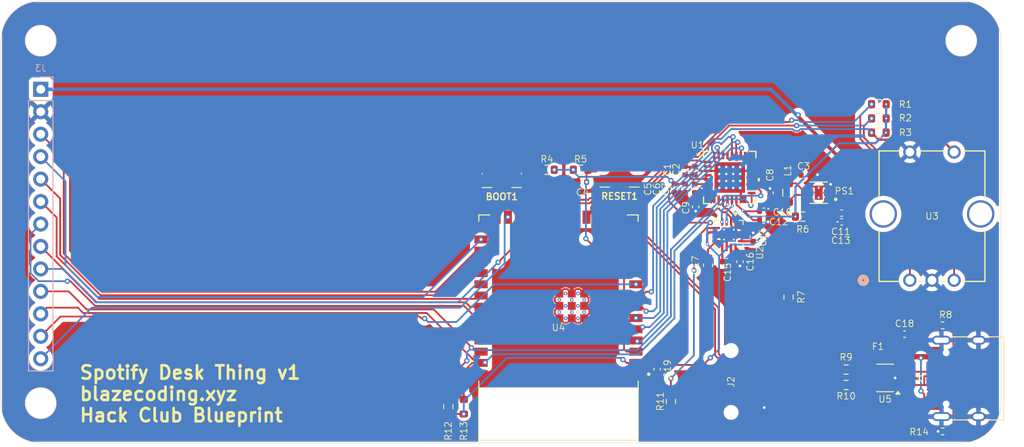
<source format=kicad_pcb>
(kicad_pcb (version 20241229) (generator "pcbnew") (generator_version "9.0")
  (layers (0 "F.Cu" signal) (2 "B.Cu" signal) (13 "F.Paste" user) (15 "B.Paste" user) (5 "F.SilkS" user "F.Silkscreen") (7 "B.SilkS" user "B.Silkscreen") (1 "F.Mask" user) (3 "B.Mask" user) (25 "Edge.Cuts" user))
  (net 0 "")
  (net 1 "DGND")
  (net 2 "5v")
  (net 3 "3.3v")
  (net 4 "Net-(U1-EN)")
  (net 5 "Net-(J3-CC2)")
  (net 7 "/RAW_D-")
  (net 9 "/RAW_D+")
  (net 10 "Net-(J3-CC1)")
  (net 11 "Net-(PS1-SW)")
  (net 12 "Net-(PS1-PG)")
  (net 13 "Net-(U1-IO0)")
  (net 14 "Net-(U1-IO19)")
  (net 15 "USB_D-")
  (net 16 "Net-(U1-IO20)")
  (net 17 "USB_D+")
  (net 18 "SDA")
  (net 19 "SCL")
  (net 20 "OUTR")
  (net 21 "OUTL")
  (net 22 "ENC_A")
  (net 23 "ENC_B")
  (net 24 "ENC_SWITCH")
  (net 25 "OUTRN")
  (net 26 "XSMT")
  (net 27 "OUTLN")
  (net 28 "OUTLP")
  (net 29 "OUTRP")
  (net 30 "SCREEN_MISO")
  (net 31 "TOUCH_INT")
  (net 32 "I2S_BCLK")
  (net 33 "SCREEN_DC")
  (net 37 "SCREEN_MOSI")
  (net 42 "I2S_LRCLK")
  (net 46 "SCREEN_RES")
  (net 48 "SCREEN_CS")
  (net 49 "I2S_MCLK")
  (net 52 "SCREEN_BL")
  (net 53 "SCREEN_SCLK")
  (net 55 "SD_CS")
  (net 56 "I2S_DOUT")
  (net 57 "Net-(U2-HPVDD)")
  (net 58 "Net-(U2-CPP)")
  (net 59 "Net-(U2-CPN)")
  (net 60 "Net-(U3-VNEG)")
  (net 61 "Net-(U3-CAPP)")
  (net 62 "Net-(U3-CAPM)")
  (net 63 "Net-(U2-HPVSS)")
  (net 64 "Net-(C17-Pad1)")
  (net 65 "Net-(U2-OUTL)")
  (net 66 "Net-(U2-OUTR)")
  (footprint "Resistor_SMD:R_0402_1005Metric" (layer "F.Cu") (at 151.9 174.2)
    (property "Reference" "R14")
    (property "Value" "5.1k")
  )
  (footprint "Button_Switch_SMD:SW_SPST_CK_KMS2xxG" (layer "F.Cu") (at 115.4 145 180)
    (property "Reference" "RESET1")
    (property "Value" "RESET")
  )
  (footprint "Capacitor_SMD:C_0402_1005Metric" (layer "F.Cu") (at 131.7 150.3)
    (property "Reference" "C12")
    (property "Value" "0.1uF")
  )
  (footprint "Capacitor_SMD:C_0402_1005Metric" (layer "F.Cu") (at 136.4 145.2)
    (property "Reference" "C3")
    (property "Value" "22uF")
  )
  (footprint "Resistor_SMD:R_0603_1608Metric" (layer "F.Cu") (at 144.7 137.19 180)
    (property "Reference" "R1")
    (property "Value" "10k")
  )
  (footprint "Capacitor_SMD:C_0402_1005Metric" (layer "F.Cu") (at 130.5 152.2 90)
    (property "Reference" "C14")
    (property "Value" "2.2uF")
  )
  (footprint "Capacitor_SMD:C_0402_1005Metric" (layer "F.Cu") (at 129 155 -90)
    (property "Reference" "C16")
    (property "Value" "2.2uF")
  )
  (footprint "Capacitor_SMD:C_0402_1005Metric" (layer "F.Cu") (at 122.81 146.68 -90)
    (property "Reference" "C6")
    (property "Value" "0.1uF")
  )
  (footprint "Capacitor_SMD:C_0402_1005Metric" (layer "F.Cu") (at 127.5 155 180)
    (property "Reference" "C15")
    (property "Value" "1uF")
  )
  (footprint "SJ_3523_SMT_TR:CUI_SJ-3523-SMT-TR" (layer "F.Cu") (at 128 168.55 90)
    (property "Reference" "J2")
    (property "Value" "AudioJack3_Ground")
  )
  (footprint "Capacitor_SMD:C_0402_1005Metric" (layer "F.Cu") (at 124 148.8 -90)
    (property "Reference" "C9")
    (property "Value" "2.2uF")
  )
  (footprint "EC11E:EC11E18244A5_ALPS" (layer "F.Cu") (at 148.2 157.1)
    (property "Reference" "U3")
    (property "Value" "EC11E18244A5")
  )
  (footprint "Capacitor_SMD:C_0402_1005Metric" (layer "F.Cu") (at 140.5 150.5 180)
    (property "Reference" "C13")
    (property "Value" "0.1uF")
  )
  (footprint "Capacitor_SMD:C_0402_1005Metric" (layer "F.Cu") (at 123.9 144.7 90)
    (property "Reference" "C2")
    (property "Value" "2.2uF")
  )
  (footprint "Resistor_SMD:R_0603_1608Metric" (layer "F.Cu") (at 144.7 138.8 180)
    (property "Reference" "R2")
    (property "Value" "10k")
  )
  (footprint "Resistor_SMD:R_0603_1608Metric" (layer "F.Cu") (at 136.1 149.9 180)
    (property "Reference" "R6")
    (property "Value" "100k")
  )
  (footprint "Capacitor_SMD:C_0402_1005Metric" (layer "F.Cu") (at 131.7 149.3)
    (property "Reference" "C10")
    (property "Value" "1uF")
  )
  (footprint "Connector_USB:USB_C_Receptacle_HRO_TYPE-C-31-M-12" (layer "F.Cu") (at 154.9 168.2 90)
    (property "Reference" "J1")
    (property "Value" "USB_C_Receptacle_USB2.0_16P")
  )
  (footprint "Package_TO_SOT_SMD:SOT-23-6" (layer "F.Cu") (at 145.4 168.15 180)
    (property "Reference" "U5")
    (property "Value" "USBLC6-2SC6")
  )
  (footprint "Capacitor_SMD:C_0402_1005Metric" (layer "F.Cu") (at 111.2 146 180)
    (property "Reference" "C4")
    (property "Value" "0.1uF")
  )
  (footprint "TPS62162DSGR:SON50P200X200X80-9N" (layer "F.Cu") (at 137.9 147.2 180)
    (property "Reference" "PS1")
    (property "Value" "TPS62162DSGR")
  )
  (footprint "Capacitor_SMD:C_0402_1005Metric" (layer "F.Cu") (at 132.4 147.2 90)
    (property "Reference" "C8")
    (property "Value" "0.1uF")
  )
  (footprint "Inductor_SMD:L_0805_2012Metric" (layer "F.Cu") (at 134.4 147.2 -90)
    (property "Reference" "L1")
    (property "Value" "2.2uH")
  )
  (footprint "Package_DFN_QFN:WQFN-16-1EP_3x3mm_P0.5mm_EP1.6x1.6mm_ThermalVias" (layer "F.Cu") (at 127.75 151.9375 -90)
    (property "Reference" "U2")
    (property "Value" "TPA6132A2RTER")
  )
  (footprint "Resistor_SMD:R_0603_1608Metric" (layer "F.Cu") (at 134.5 159 -90)
    (property "Reference" "R7")
    (property "Value" "10ohm")
  )
  (footprint "Capacitor_SMD:C_0402_1005Metric" (layer "F.Cu") (at 123.9 146.7 90)
    (property "Reference" "C7")
    (property "Value" "1uF")
  )
  (footprint "Resistor_SMD:R_0603_1608Metric" (layer "F.Cu") (at 141 168.95)
    (property "Reference" "R10")
    (property "Value" "27ohm")
  )
  (footprint "Resistor_SMD:R_0603_1608Metric" (layer "F.Cu") (at 107.2 144.6 180)
    (property "Reference" "R4")
    (property "Value" "10k")
  )
  (footprint "Resistor_SMD:R_0603_1608Metric" (layer "F.Cu") (at 144.7 140.4 180)
    (property "Reference" "R3")
    (property "Value" "10k")
  )
  (footprint "Button_Switch_SMD:SW_SPST_CK_KMS2xxG" (layer "F.Cu") (at 102.1 145.05 180)
    (property "Reference" "BOOT1")
    (property "Value" "BOOT")
  )
  (footprint "Capacitor_SMD:C_0402_1005Metric" (layer "F.Cu") (at 119.65 167.16 -90)
    (property "Reference" "C19")
    (property "Value" "10uF")
  )
  (footprint "Capacitor_SMD:C_0402_1005Metric" (layer "F.Cu") (at 121.59 146.68 -90)
    (property "Reference" "C5")
    (property "Value" "2.2uF")
  )
  (footprint "Capacitor_SMD:C_0603_1608Metric" (layer "F.Cu") (at 125.4 155.4 90)
    (property "Reference" "C17")
    (property "Value" "1uF")
  )
  (footprint "Resistor_SMD:R_0603_1608Metric" (layer "F.Cu") (at 96.05 171.4 -90)
    (property "Reference" "R12")
    (property "Value" "4.7k")
  )
  (footprint "Resistor_SMD:R_0402_1005Metric" (layer "F.Cu") (at 151.9 162.2)
    (property "Reference" "R8")
    (property "Value" "5.1k")
  )
  (footprint "Capacitor_SMD:C_0402_1005Metric" (layer "F.Cu") (at 147.6 163.2 180)
    (property "Reference" "C18")
    (property "Value" "0.1uF")
  )
  (footprint "Capacitor_SMD:C_0402_1005Metric" (layer "F.Cu") (at 140.5 149.5 180)
    (property "Reference" "C11")
    (property "Value" "10uF")
  )
  (footprint "PCM5242RHBR:RHB32_3P45X3P45_TEX" (layer "F.Cu") (at 127.8496 145.475)
    (property "Reference" "U1")
    (property "Value" "PCM5242RHBR")
  )
  (footprint "Resistor_SMD:R_0603_1608Metric" (layer "F.Cu") (at 111 144.6)
    (property "Reference" "R5")
    (property "Value" "10k")
  )
  (footprint "Capacitor_SMD:C_0402_1005Metric" (layer "F.Cu") (at 122.8 144.7 90)
    (property "Reference" "C1")
    (property "Value" "0.1uF")
  )
  (footprint "0603L100SLYR:FUSC1608X100N" (layer "F.Cu") (at 146.9 164.7)
    (property "Reference" "F1")
    (property "Value" "0603L100SLYR")
  )
  (footprint "ESP32_S3_WROOM_1_N4:XCVR_ESP32-S3-WROOM-1-N4" (layer "F.Cu") (at 108.5 162.46 180)
    (property "Reference" "U4")
    (property "Value" "ESP32-S3-WROOM-1-N4")
  )
  (footprint "Resistor_SMD:R_0603_1608Metric" (layer "F.Cu") (at 141 167.2)
    (property "Reference" "R9")
    (property "Value" "27ohm")
  )
  (footprint "Resistor_SMD:R_0603_1608Metric" (layer "F.Cu") (at 121.2 170.8 -90)
    (property "Reference" "R11")
    (property "Value" "10ohm")
  )
  (footprint "Resistor_SMD:R_0603_1608Metric" (layer "F.Cu") (at 97.8 171.4 -90)
    (property "Reference" "R13")
    (property "Value" "4.7k")
  )
  (footprint "Connector_PinHeader_2.54mm:PinHeader_1x13_P2.54mm_Vertical" (layer "B.Cu") (at 50 135.5 180)
    (property "Reference" "J3")
    (property "Value" "DFR0669")
  )
  (gr_circle (center 50 130) (end 51.75 130) (stroke (width 0.05)) (fill no) (layer "Edge.Cuts"))
  (gr_arc (start 50 175.5) (mid 46.818019 174.181981) (end 45.5 171) (stroke (width 0.05)) (layer "Edge.Cuts"))
  (gr_circle (center 154 130) (end 155.75 130) (stroke (width 0.05)) (fill no) (layer "Edge.Cuts"))
  (gr_line (start 50 175.5) (end 154 175.5) (stroke (width 0.05)) (layer "Edge.Cuts"))
  (gr_arc (start 154 125.5) (mid 157.181981 126.818019) (end 158.5 130) (stroke (width 0.05)) (layer "Edge.Cuts"))
  (gr_line (start 158.5 171) (end 158.5 130) (stroke (width 0.05)) (layer "Edge.Cuts"))
  (gr_line (start 45.5 130) (end 45.5 171) (stroke (width 0.05)) (layer "Edge.Cuts"))
  (gr_circle (center 50 171) (end 51.75 171) (stroke (width 0.05)) (fill no) (layer "Edge.Cuts"))
  (gr_line (start 154 125.5) (end 50 125.5) (stroke (width 0.05)) (layer "Edge.Cuts"))
  (gr_arc (start 45.5 130) (mid 46.818019 126.818019) (end 50 125.5) (stroke (width 0.05)) (layer "Edge.Cuts"))
  (gr_arc (start 158.5 171) (mid 157.181981 174.181981) (end 154 175.5) (stroke (width 0.05)) (layer "Edge.Cuts"))
  (gr_text "Spotify Desk Thing v1\nblazecoding.xyz\nHack Club Blueprint" (at 54.25 173.25 0) (layer "F.SilkS") (effects (font (size 1.5 1.5) (thickness 0.3) (bold yes)) (justify left bottom)))
  (segment (start 108.6 161.408521) (end 109.092479 161.901) (width 0.2) (layer "F.Cu") (net 1))
  (segment (start 122.81 147.16) (end 121.59 147.16) (width 0.2) (layer "F.Cu") (net 1))
  (segment (start 128.475 146.1) (end 127.85 145.475) (width 0.25) (layer "F.Cu") (net 1))
  (segment (start 123.9 144.22) (end 124.405 144.725) (width 0.2) (layer "F.Cu") (net 1))
  (segment (start 127.1 144.725) (end 127.85 145.475) (width 0.25) (layer "F.Cu") (net 1))
  (segment (start 116.825 146.425) (end 117.45 145.8) (width 0.2) (layer "F.Cu") (net 1))
  (segment (start 108.099 160.492479) (end 108.099 160.907521) (width 0.2) (layer "F.Cu") (net 1))
  (segment (start 110.492479 158.099) (end 110 158.591479) (width 0.2) (layer "F.Cu") (net 1))
  (segment (start 140.02 149.5) (end 140.02 150.5) (width 0.2) (layer "F.Cu") (net 1))
  (segment (start 128.243 145.869) (end 127.85 145.475) (width 0.2) (layer "F.Cu") (net 1))
  (segment (start 108.6 158.591479) (end 108.6 158.6) (width 0.2) (layer "F.Cu") (net 1))
  (segment (start 138.885 147.95) (end 140.02 149.085) (width 0.2) (layer "F.Cu") (net 1))
  (segment (start 108.099 159.092479) (end 108.099 159.507521) (width 0.2) (layer "F.Cu") (net 1))
  (segment (start 136.88 146.415) (end 136.915 146.45) (width 0.2) (layer "F.Cu") (net 1))
  (segment (start 129.1 147.95) (end 129.1 147.338) (width 0.25) (layer "F.Cu") (net 1))
  (segment (start 129.1 147.338) (end 129.1 146.725) (width 0.25) (layer "F.Cu") (net 1))
  (segment (start 111.408521 160) (end 111.901 159.507521) (width 0.2) (layer "F.Cu") (net 1))
  (segment (start 124.725 146.725) (end 124.7 146.7) (width 0.2) (layer "F.Cu") (net 1))
  (segment (start 125.375 146.725) (end 124.725 146.725) (width 0.2) (layer "F.Cu") (net 1))
  (segment (start 109.507521 158.099) (end 109.092479 158.099) (width 0.2) (layer "F.Cu") (net 1))
  (segment (start 111.4 161.408521) (end 111.4 161.4) (width 0.2) (layer "F.Cu") (net 1))
  (segment (start 108.591479 160) (end 108.099 160.492479) (width 0.2) (layer "F.Cu") (net 1))
  (segment (start 137.209 146.509) (end 137.399 146.509) (width 0.2) (layer "F.Cu") (net 1))
  (segment (start 129.495 144.725) (end 128.6 144.725) (width 0.25) (layer "F.Cu") (net 1))
  (segment (start 130.468 151.688) (end 130.5 151.72) (width 0.25) (layer "F.Cu") (net 1))
  (segment (start 126.974 144.6) (end 127.85 145.475) (width 0.2) (layer "F.Cu") (net 1))
  (segment (start 136.915 146.45) (end 137.15 146.45) (width 0.2) (layer "F.Cu") (net 1))
  (segment (start 128.6 144.725) (end 127.85 145.475) (width 0.25) (layer "F.Cu") (net 1))
  (segment (start 126.099 143.565) (end 126.338 143.804) (width 0.2) (layer "F.Cu") (net 1))
  (segment (start 127.5 153.375) (end 127.5 152.788) (width 0.25) (layer "F.Cu") (net 1))
  (segment (start 128.6 151.688) (end 129.188 151.688) (width 0.2) (layer "F.Cu") (net 1))
  (segment (start 108.591479 161.4) (end 108.6 161.4) (width 0.2) (layer "F.Cu") (net 1))
  (segment (start 126.099 143) (end 126.099 143.565) (width 0.2) (layer "F.Cu") (net 1))
  (segment (start 136.88 145.2) (end 137.635 145.2) (width 0.2) (layer "F.Cu") (net 1))
  (segment (start 129.6 147.95) (end 129.1 147.95) (width 0.25) (layer "F.Cu") (net 1))
  (segment (start 108.099 159.507521) (end 108.591479 160) (width 0.2) (layer "F.Cu") (net 1))
  (segment (start 138.46 146.45) (end 138.401 146.509) (width 0.2) (layer "F.Cu") (net 1))
  (segment (start 130.325 144.725) (end 129.495 144.725) (width 0.25) (layer "F.Cu") (net 1))
  (segment (start 129.495 144.725) (end 129.457 144.688) (width 0.25) (layer "F.Cu") (net 1))
  (segment (start 108.099 160.907521) (end 108.591479 161.4) (width 0.2) (layer "F.Cu") (net 1))
  (segment (start 132.18 149.02) (end 132.2 149) (width 0.2) (layer "F.Cu") (net 1))
  (segment (start 130.325 144.475) (end 130.325 144.725) (width 0.25) (layer "F.Cu") (net 1))
  (segment (start 124.405 144.725) (end 125.375 144.725) (width 0.2) (layer "F.Cu") (net 1))
  (segment (start 111.408521 161.4) (end 112 160.808521) (width 0.2) (layer "F.Cu") (net 1))
  (segment (start 108.6 160) (end 108.591479 160) (width 0.2) (layer "F.Cu") (net 1))
  (segment (start 137.635 145.2) (end 138.885 146.45) (width 0.2) (layer "F.Cu") (net 1))
  (segment (start 126.594 152.188) (end 126.312 152.188) (width 0.2) (layer "F.Cu") (net 1))
  (segment (start 137.15 146.45) (end 137.209 146.509) (width 0.2) (layer "F.Cu") (net 1))
  (segment (start 115.4 146.425) (end 116.825 146.425) (width 0.2) (layer "F.Cu") (net 1))
  (segment (start 110.492479 161.901) (end 110.907521 161.901) (width 0.2) (layer "F.Cu") (net 1))
  (segment (start 126.594 152.188) (end 126.9 152.188) (width 0.25) (layer "F.Cu") (net 1))
  (segment (start 137.671 145.164) (end 137.635 145.2) (width 0.2) (layer "F.Cu") (net 1))
  (segment (start 109.507521 161.901) (end 110 161.408521) (width 0.2) (layer "F.Cu") (net 1))
  (segment (start 137.766 145.164) (end 137.671 145.164) (width 0.2) (layer "F.Cu") (net 1))
  (segment (start 125.375 144.725) (end 127.1 144.725) (width 0.25) (layer "F.Cu") (net 1))
  (segment (start 129.1 146.725) (end 128.475 146.1) (width 0.25) (layer "F.Cu") (net 1))
  (segment (start 111.408521 158.6) (end 111.4 158.6) (width 0.2) (layer "F.Cu") (net 1))
  (segment (start 111.4 161.4) (end 111.408521 161.4) (width 0.2) (layer "F.Cu") (net 1))
  (segment (start 126.338 143.964) (end 126.974 144.6) (width 0.2) (layer "F.Cu") (net 1))
  (segment (start 127.5 152.788) (end 126.9 152.188) (width 0.25) (layer "F.Cu") (net 1))
  (segment (start 110 158.591479) (end 109.507521 158.099) (width 0.2) (layer "F.Cu") (net 1))
  (segment (start 110.907521 161.901) (end 111.4 161.408521) (width 0.2) (layer "F.Cu") (net 1))
  (segment (start 130.325 144.475) (end 130.325 144.225) (width 0.2) (layer "F.Cu") (net 1))
  (segment (start 140.02 149.085) (end 140.02 149.5) (width 0.2) (layer "F.Cu") (net 1))
  (segment (start 130.5 151.72) (end 130.5 151.739) (width 0.2) (layer "F.Cu") (net 1))
  (segment (start 128.3 151.388) (end 128.6 151.688) (width 0.2) (layer "F.Cu") (net 1))
  (segment (start 130.325 144.475) (end 130.325 144.225) (width 0.25) (layer "F.Cu") (net 1))
  (segment (start 136.88 145.2) (end 136.88 146.415) (width 0.2) (layer "F.Cu") (net 1))
  (segment (start 111.6 160) (end 111.4 160) (width 0.2) (layer "F.Cu") (net 1))
  (segment (start 126.312 152.188) (end 126.594 152.188) (width 0.25) (layer "F.Cu") (net 1))
  (segment (start 110 161.4) (end 110 161.408521) (width 0.2) (layer "F.Cu") (net 1))
  (segment (start 111.901 159.507521) (end 111.901 159.092479) (width 0.2) (layer "F.Cu") (net 1))
  (segment (start 126.338 143.804) (end 126.258 143.884) (width 0.25) (layer "F.Cu") (net 1))
  (segment (start 111.4 158.591479) (end 110.907521 158.099) (width 0.2) (layer "F.Cu") (net 1))
  (segment (start 108.6 158.6) (end 108.591479 158.6) (width 0.2) (layer "F.Cu") (net 1))
  (segment (start 128.475 146.1) (end 128.243 145.869) (width 0.2) (layer "F.Cu") (net 1))
  (segment (start 126.974 144.6) (end 126.258 143.884) (width 0.2) (layer "F.Cu") (net 1))
  (segment (start 111.4 158.6) (end 111.4 158.591479) (width 0.2) (layer "F.Cu") (net 1))
  (segment (start 129.1 147.338) (end 129.1 147.95) (width 0.2) (layer "F.Cu") (net 1))
  (segment (start 110 161.408521) (end 110.492479 161.901) (width 0.2) (layer "F.Cu") (net 1))
  (segment (start 129.188 151.688) (end 130.468 151.688) (width 0.25) (layer "F.Cu") (net 1))
  (segment (start 127.5 152.188) (end 127.75 151.938) (width 0.2) (layer "F.Cu") (net 1))
  (segment (start 112 160.4) (end 111.6 160) (width 0.2) (layer "F.Cu") (net 1))
  (segment (start 112 160.808521) (end 112 160.4) (width 0.2) (layer "F.Cu") (net 1))
  (segment (start 110 158.6) (end 110 158.591479) (width 0.2) (layer "F.Cu") (net 1))
  (segment (start 109.092479 161.901) (end 109.507521 161.901) (width 0.2) (layer "F.Cu") (net 1))
  (segment (start 126.9 152.188) (end 127.5 152.188) (width 0.2) (layer "F.Cu") (net 1))
  (segment (start 132.18 150.3) (end 132.18 149.3) (width 0.2) (layer "F.Cu") (net 1))
  (segment (start 131.7 171.6) (end 131.7 171.55) (width 0.2) (layer "F.Cu") (net 1))
  (segment (start 115.4 146.425) (end 113.975 146.425) (width 0.2) (layer "F.Cu") (net 1))
  (segment (start 111.4 160) (end 111.408521 160) (width 0.2) (layer "F.Cu") (net 1))
  (segment (start 108.6 161.4) (end 108.6 161.408521) (width 0.2) (layer "F.Cu") (net 1))
  (segment (start 132.18 149.3) (end 132.18 149.02) (width 0.2) (layer "F.Cu") (net 1))
  (segment (start 110.907521 158.099) (end 110.492479 158.099) (width 0.2) (layer "F.Cu") (net 1))
  (segment (start 113.975 146.425) (end 113.35 145.8) (width 0.2) (layer "F.Cu") (net 1))
  (segment (start 126.338 143.804) (end 126.338 143.964) (width 0.2) (layer "F.Cu") (net 1))
  (segment (start 138.885 146.45) (end 138.46 146.45) (width 0.2) (layer "F.Cu") (net 1))
  (segment (start 111.901 159.092479) (end 111.408521 158.6) (width 0.2) (layer "F.Cu") (net 1))
  (segment (start 131.7 171.55) (end 131.75 171.5) (width 0.2) (layer "F.Cu") (net 1))
  (segment (start 109.092479 158.099) (end 108.6 158.591479) (width 0.2) (layer "F.Cu") (net 1))
  (segment (start 108.591479 158.6) (end 108.099 159.092479) (width 0.2) (layer "F.Cu") (net 1))
  (segment (start 151.34 162.25) (end 151.39 162.2) (width 0.2) (layer "F.Cu") (net 1))
  (via (at 132.4 146.72) (size 0.6) (drill 0.3) (layers "F.Cu" "B.Cu") (net 1))
  (via (at 151.39 174.2) (size 0.6) (drill 0.3) (layers "F.Cu" "B.Cu") (net 1))
  (via (at 146.538 168.15) (size 0.6) (drill 0.3) (layers "F.Cu" "B.Cu") (net 1))
  (via (at 137.766 145.164) (size 0.6) (drill 0.3) (layers "F.Cu" "B.Cu") (net 1))
  (via (at 132.18 150.5) (size 0.6) (drill 0.3) (layers "F.Cu" "B.Cu") (net 1))
  (via (at 130.5 151.739) (size 0.6) (drill 0.3) (layers "F.Cu" "B.Cu") (net 1))
  (via (at 129 155.48) (size 0.6) (drill 0.3) (layers "F.Cu" "B.Cu") (net 1))
  (via (at 139.25 146.25) (size 0.6) (drill 0.3) (layers "F.Cu" "B.Cu") (net 1))
  (via (at 132.2 149) (size 0.35) (drill 0.2) (layers "F.Cu" "B.Cu") (net 1))
  (via (at 124 149.28) (size 0.6) (drill 0.3) (layers "F.Cu" "B.Cu") (net 1))
  (via (at 124.7 146.7) (size 0.35) (drill 0.2) (layers "F.Cu" "B.Cu") (net 1))
  (via (at 131.75 171.5) (size 0.6) (drill 0.3) (layers "F.Cu" "B.Cu") (net 1))
  (via (at 140.02 150.5) (size 0.35) (drill 0.2) (layers "F.Cu" "B.Cu") (net 1))
  (segment (start 130.941 151.739) (end 132.18 150.5) (width 0.2) (layer "B.Cu") (net 1))
  (segment (start 130.5 151.739) (end 130.941 151.739) (width 0.2) (layer "B.Cu") (net 1))
  (segment (start 141.94 144.94) (end 141.94 151.46) (width 0.4) (layer "F.Cu") (net 2))
  (segment (start 145.549 167.526) (end 144.925 168.15) (width 0.25) (layer "F.Cu") (net 2))
  (segment (start 135.575892 138.399) (end 135.575892 138.575892) (width 0.4) (layer "F.Cu") (net 2))
  (segment (start 140.98 149.5) (end 140.98 150.5) (width 0.2) (layer "F.Cu") (net 2))
  (segment (start 145.549 165.266) (end 145.549 167.526) (width 0.25) (layer "F.Cu") (net 2))
  (segment (start 144.925 168.15) (end 144.2625 168.15) (width 0.25) (layer "F.Cu") (net 2))
  (segment (start 146.115 164.7) (end 145.549 165.266) (width 0.25) (layer "F.Cu") (net 2))
  (segment (start 138.885 147.45) (end 139.311 147.45) (width 0.2) (layer "F.Cu") (net 2))
  (segment (start 140.98 149.119) (end 140.98 149.5) (width 0.2) (layer "F.Cu") (net 2))
  (segment (start 141.94 151.46) (end 140.98 150.5) (width 0.4) (layer "F.Cu") (net 2))
  (segment (start 135.575892 138.575892) (end 141.94 144.94) (width 0.4) (layer "F.Cu") (net 2))
  (segment (start 146.115 155.635) (end 141.94 151.46) (width 0.4) (layer "F.Cu") (net 2))
  (segment (start 138.885 146.95) (end 138.885 147.45) (width 0.2) (layer "F.Cu") (net 2))
  (segment (start 146.115 164.7) (end 146.115 155.635) (width 0.4) (layer "F.Cu") (net 2))
  (segment (start 139.311 147.45) (end 140.98 149.119) (width 0.2) (layer "F.Cu") (net 2))
  (via (at 135.575892 138.399) (size 0.6) (drill 0.3) (layers "F.Cu" "B.Cu") (net 2))
  (segment (start 135.575892 138.399) (end 135.399 138.399) (width 0.4) (layer "B.Cu") (net 2))
  (segment (start 132.5 135.5) (end 50 135.5) (width 0.4) (layer "B.Cu") (net 2))
  (segment (start 135.399 138.399) (end 132.5 135.5) (width 0.4) (layer "B.Cu") (net 2))
  (segment (start 129.188 152.25) (end 129.188 152.219) (width 0.2) (layer "F.Cu") (net 3))
  (segment (start 121.3453 145.9553) (end 121.59 146.2) (width 0.2) (layer "F.Cu") (net 3))
  (segment (start 135.338 146.138) (end 134.4 146.138) (width 0.2) (layer "F.Cu") (net 3))
  (segment (start 128.629 147.979) (end 128.629 148.57) (width 0.2) (layer "F.Cu") (net 3))
  (segment (start 117.25 166.45) (end 118.3017 166.45) (width 0.2) (layer "F.Cu") (net 3))
  (segment (start 125.332 145.682) (end 125.354 145.704) (width 0.2) (layer "F.Cu") (net 3))
  (segment (start 125.301624 153.026624) (end 125.301624 151.911376) (width 0.25) (layer "F.Cu") (net 3))
  (segment (start 129.1875 152.6575) (end 129.1875 152.6875) (width 0.2) (layer "F.Cu") (net 3))
  (segment (start 115.782 166.0789) (end 115.8272 166.0789) (width 0.2) (layer "F.Cu") (net 3))
  (segment (start 128.6 147.95) (end 128.614 147.964) (width 0.2) (layer "F.Cu") (net 3))
  (segment (start 119.65 166.68) (end 118.5317 166.68) (width 0.2) (layer "F.Cu") (net 3))
  (segment (start 129.188 152.25) (end 129.188 152.438) (width 0.25) (layer "F.Cu") (net 3))
  (segment (start 134.4 146.138) (end 132.858 147.68) (width 0.25) (layer "F.Cu") (net 3))
  (segment (start 130.88 152.68) (end 130.9 152.7) (width 0.25) (layer "F.Cu") (net 3))
  (segment (start 132.4 147.68) (end 134.62 149.9) (width 0.25) (layer "F.Cu") (net 3))
  (segment (start 129.188 152.219) (end 129.1875 152.2185) (width 0.2) (layer "F.Cu") (net 3))
  (segment (start 128.6 148.2455) (end 128.6 147.95) (width 0.2) (layer "F.Cu") (net 3))
  (segment (start 126.312 151.688) (end 126.3125 151.6875) (width 0.2) (layer "F.Cu") (net 3))
  (segment (start 124.9606 145.639) (end 125.3746 145.225) (width 0.2) (layer "F.Cu") (net 3))
  (segment (start 128.614 147.964) (end 128.629 147.979) (width 0.2) (layer "F.Cu") (net 3))
  (segment (start 125.289 145.639) (end 125.332 145.682) (width 0.2) (layer "F.Cu") (net 3))
  (segment (start 129.188 152.563) (end 129.188 152.626) (width 0.25) (layer "F.Cu") (net 3))
  (segment (start 134.869 145.669) (end 134.4 146.138) (width 0.2) (layer "F.Cu") (net 3))
  (segment (start 129.188 152.188) (end 129.188 152.219) (width 0.25) (layer "F.Cu") (net 3))
  (segment (start 135.338 145.2) (end 134.869 145.669) (width 0.2) (layer "F.Cu") (net 3))
  (segment (start 125.354 145.704) (end 125.3645 145.7145) (width 0.2) (layer "F.Cu") (net 3))
  (segment (start 129.188 152.438) (end 129.188 152.563) (width 0.25) (layer "F.Cu") (net 3))
  (segment (start 129.188 152.657) (end 129.188 152.688) (width 0.25) (layer "F.Cu") (net 3))
  (segment (start 119.65 166.68) (end 124.851671 166.68) (width 0.2) (layer "F.Cu") (net 3))
  (segment (start 125.3645 145.7145) (end 125.3746 145.7246) (width 0.2) (layer "F.Cu") (net 3))
  (segment (start 117.25 166.45) (end 116.1983 166.45) (width 0.2) (layer "F.Cu") (net 3))
  (segment (start 124.851671 166.68) (end 125.663343 165.868328) (width 0.2) (layer "F.Cu") (net 3))
  (segment (start 128.5998 148.2453) (end 128.5998 147.95) (width 0.2) (layer "F.Cu") (net 3))
  (segment (start 120.979 148.179) (end 120.979 146.811) (width 0.2) (layer "F.Cu") (net 3))
  (segment (start 130.5 152.68) (end 130.88 152.68) (width 0.25) (layer "F.Cu") (net 3))
  (segment (start 132.858 147.68) (end 132.4 147.68) (width 0.25) (layer "F.Cu") (net 3))
  (segment (start 130.492 152.688) (end 130.5 152.68) (width 0.25) (layer "F.Cu") (net 3))
  (segment (start 120.979 146.811) (end 121.59 146.2) (width 0.2) (layer "F.Cu") (net 3))
  (segment (start 123.371 145.201) (end 123.371 145.639) (width 0.2) (layer "F.Cu") (net 3))
  (segment (start 130.325 143.725) (end 133.863 143.725) (width 0.2) (layer "F.Cu") (net 3))
  (segment (start 128.85 148.75) (end 128.808 148.75) (width 0.2) (layer "F.Cu") (net 3))
  (segment (start 129.188 152.688) (end 130.492 152.688) (width 0.25) (layer "F.Cu") (net 3))
  (segment (start 125.654962 150.5875) (end 123.3875 150.5875) (width 0.2) (layer "F.Cu") (net 3))
  (segment (start 125.3645 145.7145) (end 125.375 145.725) (width 0.2) (layer "F.Cu") (net 3))
  (segment (start 130.5 150.3) (end 129.5 149.3) (width 0.2) (layer "F.Cu") (net 3))
  (segment (start 128.6 148.541) (end 128.6 148.2455) (width 0.2) (layer "F.Cu") (net 3))
  (segment (start 134.869 145.669) (end 134.868 145.669) (width 0.2) (layer "F.Cu") (net 3))
  (segment (start 145.525 140.4) (end 145.5 140.4) (width 0.25) (layer "F.Cu") (net 3))
  (segment (start 129.188 152.657) (end 129.188 152.688) (width 0.2) (layer "F.Cu") (net 3))
  (segment (start 129.3 149.2) (end 128.85 148.75) (width 0.2) (layer "F.Cu") (net 3))
  (segment (start 115.8272 166.0789) (end 116.1983 166.45) (width 0.2) (layer "F.Cu") (net 3))
  (segment (start 134.868 145.669) (end 134.4 146.138) (width 0.2) (layer "F.Cu") (net 3))
  (segment (start 129.188 152.657) (end 129.1875 152.6575) (width 0.2) (layer "F.Cu") (net 3))
  (segment (start 129.188 152.626) (end 129.188 152.657) (width 0.25) (layer "F.Cu") (net 3))
  (segment (start 129.4 149.3) (end 129.3 149.2) (width 0.2) (layer "F.Cu") (net 3))
  (segment (start 124.7998 145.639) (end 125.289 145.639) (width 0.2) (layer "F.Cu") (net 3))
  (segment (start 128.808 148.75) (end 128.629 148.57) (width 0.2) (layer "F.Cu") (net 3))
  (segment (start 125.525 151.688) (end 126.312 151.688) (width 0.25) (layer "F.Cu") (net 3))
  (segment (start 123.3875 150.5875) (end 120.979 148.179) (width 0.2) (layer "F.Cu") (net 3))
  (segment (start 118.5317 166.68) (end 118.3017 166.45) (width 0.2) (layer "F.Cu") (net 3))
  (segment (start 131.22 149.3) (end 129.5 149.3) (width 0.2) (layer "F.Cu") (net 3))
  (segment (start 129.188 152.219) (end 129.188 152.25) (width 0.25) (layer "F.Cu") (net 3))
  (segment (start 131.22 150.3) (end 130.5 150.3) (width 0.2) (layer "F.Cu") (net 3))
  (segment (start 129.188 152.626) (end 129.188 152.657) (width 0.2) (layer "F.Cu") (net 3))
  (segment (start 123.35 145.18) (end 123.9 145.18) (width 0.2) (layer "F.Cu") (net 3))
  (segment (start 129.5 149.3) (end 129.4 149.3) (width 0.2) (layer "F.Cu") (net 3))
  (segment (start 125.3746 145.7246) (end 125.3746 145.725) (width 0.2) (layer "F.Cu") (net 3))
  (segment (start 122.81 146.2) (end 123.371 145.639) (width 0.2) (layer "F.Cu") (net 3))
  (segment (start 128.629 148.57) (end 128.6 148.541) (width 0.2) (layer "F.Cu") (net 3))
  (segment (start 124.7998 145.639) (end 124.9606 145.639) (width 0.2) (layer "F.Cu") (net 3))
  (segment (start 122.8 145.18) (end 123.35 145.18) (width 0.2) (layer "F.Cu") (net 3))
  (segment (start 136.915 146.95) (end 136.15 146.95) (width 0.2) (layer "F.Cu") (net 3))
  (segment (start 96.05 172.225) (end 97.8 172.225) (width 0.2) (layer "F.Cu") (net 3))
  (segment (start 136.15 146.95) (end 135.338 146.138) (width 0.2) (layer "F.Cu") (net 3))
  (segment (start 125.301624 151.911376) (end 125.525 151.688) (width 0.25) (layer "F.Cu") (net 3))
  (segment (start 129.188 152.219) (end 129.188 152.188) (width 0.2) (layer "F.Cu") (net 3))
  (segment (start 135.92 145.2) (end 135.338 145.2) (width 0.2) (layer "F.Cu") (net 3))
  (segment (start 129.1875 152.2185) (end 129.1875 152.1875) (width 0.2) (layer "F.Cu") (net 3))
  (segment (start 133.863 143.725) (end 135.338 145.2) (width 0.2) (layer "F.Cu") (net 3))
  (segment (start 129.188 152.313) (end 129.188 152.25) (width 0.2) (layer "F.Cu") (net 3))
  (segment (start 134.62 149.9) (end 135.275 149.9) (width 0.25) (layer "F.Cu") (net 3))
  (segment (start 123.35 145.18) (end 123.371 145.201) (width 0.2) (layer "F.Cu") (net 3))
  (segment (start 129.188 152.563) (end 129.188 152.626) (width 0.2) (layer "F.Cu") (net 3))
  (segment (start 129.188 152.438) (end 129.188 152.626) (width 0.2) (layer "F.Cu") (net 3))
  (segment (start 122.81 146.2) (end 121.59 146.2) (width 0.2) (layer "F.Cu") (net 3))
  (segment (start 128.6 148.2455) (end 128.5998 148.2453) (width 0.2) (layer "F.Cu") (net 3))
  (segment (start 123.371 145.639) (end 124.7998 145.639) (width 0.2) (layer "F.Cu") (net 3))
  (via (at 108.025 144.6) (size 0.6) (drill 0.3) (layers "F.Cu" "B.Cu") (net 3))
  (via (at 130.9 152.7) (size 0.35) (drill 0.2) (layers "F.Cu" "B.Cu") (net 3))
  (via (at 125.663343 165.868328) (size 0.6) (drill 0.3) (layers "F.Cu" "B.Cu") (net 3))
  (via (at 129.3 149.2) (size 0.35) (drill 0.2) (layers "F.Cu" "B.Cu") (net 3))
  (via (at 145.5 140.4) (size 0.35) (drill 0.2) (layers "F.Cu" "B.Cu") (net 3))
  (via (at 121.220085 145.830085) (size 0.6) (drill 0.3) (layers "F.Cu" "B.Cu") (net 3))
  (via (at 145.525 137.19) (size 0.35) (drill 0.2) (layers "F.Cu" "B.Cu") (net 3))
  (via (at 125.301624 153.026624) (size 0.35) (drill 0.2) (layers "F.Cu" "B.Cu") (net 3))
  (via (at 145.525 138.8) (size 0.35) (drill 0.2) (layers "F.Cu" "B.Cu") (net 3))
  (via (at 97.8 172.225) (size 0.6) (drill 0.3) (layers "F.Cu" "B.Cu") (net 3))
  (via (at 135.275 149.9) (size 0.35) (drill 0.2) (layers "F.Cu" "B.Cu") (net 3))
  (via (at 110.175 144.6) (size 0.6) (drill 0.3) (layers "F.Cu" "B.Cu") (net 3))
  (via (at 115.782 166.0789) (size 0.6) (drill 0.3) (layers "F.Cu" "B.Cu") (net 3))
  (via (at 125.654962 150.5875) (size 0.6) (drill 0.3) (layers "F.Cu" "B.Cu") (net 3))
  (segment (start 125.663343 165.868328) (end 126.651 164.880671) (width 0.2) (layer "B.Cu") (net 3))
  (segment (start 140.2 141.6) (end 135.275 146.525) (width 0.25) (layer "B.Cu") (net 3))
  (segment (start 108.025 144.6) (end 110.175 144.6) (width 0.2) (layer "B.Cu") (net 3))
  (segment (start 115.582 165.8789) (end 115.782 166.0789) (width 0.2) (layer "B.Cu") (net 3))
  (segment (start 129.5 149.4) (end 129.5 149.442) (width 0.2) (layer "B.Cu") (net 3))
  (segment (start 144.3 141.6) (end 140.2 141.6) (width 0.25) (layer "B.Cu") (net 3))
  (segment (start 126.651 154.376) (end 125.301624 153.026624) (width 0.2) (layer "B.Cu") (net 3))
  (segment (start 145.5 138.825) (end 145.525 138.8) (width 0.25) (layer "B.Cu") (net 3))
  (segment (start 145.525 138.8) (end 145.525 137.19) (width 0.25) (layer "B.Cu") (net 3))
  (segment (start 110.775 145.4) (end 120.79 145.4) (width 0.2) (layer "B.Cu") (net 3))
  (segment (start 130.536 153.064) (end 130.9 152.7) (width 0.2) (layer "B.Cu") (net 3))
  (segment (start 126.651 164.880671) (end 126.651 154.376) (width 0.2) (layer "B.Cu") (net 3))
  (segment (start 102.688264 165.8789) (end 115.582 165.8789) (width 0.2) (layer "B.Cu") (net 3))
  (segment (start 129.3 149.2) (end 129.5 149.4) (width 0.2) (layer "B.Cu") (net 3))
  (segment (start 133.7 149.9) (end 130.9 152.7) (width 0.2) (layer "B.Cu") (net 3))
  (segment (start 125.654962 150.5875) (end 125.301624 150.940838) (width 0.2) (layer "B.Cu") (net 3))
  (segment (start 110.175 144.8) (end 110.775 145.4) (width 0.2) (layer "B.Cu") (net 3))
  (segment (start 97.8 170.767164) (end 102.688264 165.8789) (width 0.2) (layer "B.Cu") (net 3))
  (segment (start 130.536 153.064) (end 127.963 153.064) (width 0.2) (layer "B.Cu") (net 3))
  (segment (start 133.7 149.9) (end 135.275 149.9) (width 0.2) (layer "B.Cu") (net 3))
  (segment (start 110.175 144.6) (end 110.175 144.8) (width 0.2) (layer "B.Cu") (net 3))
  (segment (start 145.5 140.4) (end 145.5 138.825) (width 0.25) (layer "B.Cu") (net 3))
  (segment (start 135.275 146.525) (end 135.275 149.9) (width 0.25) (layer "B.Cu") (net 3))
  (segment (start 120.79 145.4) (end 121.220085 145.830085) (width 0.2) (layer "B.Cu") (net 3))
  (segment (start 125.301624 150.940838) (end 125.301624 153.026624) (width 0.2) (layer "B.Cu") (net 3))
  (segment (start 129.958 149.9) (end 133.7 149.9) (width 0.2) (layer "B.Cu") (net 3))
  (segment (start 127.963 153.064) (end 126.651 154.376) (width 0.2) (layer "B.Cu") (net 3))
  (segment (start 145.5 140.4) (end 144.3 141.6) (width 0.25) (layer "B.Cu") (net 3))
  (segment (start 97.8 172.225) (end 97.8 170.767164) (width 0.2) (layer "B.Cu") (net 3))
  (segment (start 129.5 149.442) (end 129.958 149.9) (width 0.2) (layer "B.Cu") (net 3))
  (segment (start 115.9047 156.7047) (end 115.9047 164.8864) (width 0.2) (layer "F.Cu") (net 4))
  (segment (start 111.68 144.945) (end 111.825 144.8) (width 0.2) (layer "F.Cu") (net 4))
  (segment (start 112.75 144.8) (end 113.35 144.2) (width 0.2) (layer "F.Cu") (net 4))
  (segment (start 111.68 146) (end 111.68 144.945) (width 0.2) (layer "F.Cu") (net 4))
  (segment (start 115.9047 164.8864) (end 116.1983 165.18) (width 0.2) (layer "F.Cu") (net 4))
  (segment (start 116.1983 165.18) (end 117.25 165.18) (width 0.2) (layer "F.Cu") (net 4))
  (segment (start 113.35 144.2) (end 117.45 144.2) (width 0.2) (layer "F.Cu") (net 4))
  (segment (start 111.825 144.8) (end 112.75 144.8) (width 0.2) (layer "F.Cu") (net 4))
  (segment (start 111.6 152.4) (end 115.9047 156.7047) (width 0.2) (layer "F.Cu") (net 4))
  (via (at 111.68 146) (size 0.6) (drill 0.3) (layers "F.Cu" "B.Cu") (net 4))
  (via (at 111.6 152.4) (size 0.6) (drill 0.3) (layers "F.Cu" "B.Cu") (net 4))
  (segment (start 111.6 146.28) (end 111.6 152.4) (width 0.2) (layer "B.Cu") (net 4))
  (segment (start 111.68 146.2) (end 111.6 146.28) (width 0.2) (layer "B.Cu") (net 4))
  (segment (start 111.68 146) (end 111.68 146.2) (width 0.2) (layer "B.Cu") (net 4))
  (segment (start 153.121 165.445) (end 152.116 166.45) (width 0.2) (layer "F.Cu") (net 5))
  (segment (start 152.116 166.45) (end 150.855 166.45) (width 0.2) (layer "F.Cu") (net 5))
  (segment (start 153.121 162.911) (end 153.121 165.445) (width 0.2) (layer "F.Cu") (net 5))
  (segment (start 152.41 162.2) (end 153.121 162.911) (width 0.2) (layer "F.Cu") (net 5))
  (segment (start 146.5375 169.1) (end 146.538 169.1) (width 0.2) (layer "F.Cu") (net 7))
  (segment (start 146.538 169.1) (end 146.563 169.075) (width 0.2) (layer "F.Cu") (net 7))
  (segment (start 146.562 169.075) (end 146.538 169.1) (width 0.2) (layer "F.Cu") (net 7))
  (segment (start 146.563 169.075) (end 146.562 169.075) (width 0.2) (layer "F.Cu") (net 7))
  (segment (start 146.563 169.075) (end 146.588 169.05) (width 0.2) (layer "F.Cu") (net 7))
  (segment (start 146.588 169.05) (end 146.688 168.95) (width 0.2) (layer "F.Cu") (net 7))
  (segment (start 146.688 168.95) (end 149.9 168.95) (width 0.2) (layer "F.Cu") (net 7))
  (segment (start 150.855 167.95) (end 149.878 167.95) (width 0.2) (layer "F.Cu") (net 7))
  (segment (start 149.829 167.999) (end 149.829 168.879) (width 0.2) (layer "F.Cu") (net 7))
  (segment (start 146.587 169.05) (end 146.538 169.1) (width 0.2) (layer "F.Cu") (net 7))
  (segment (start 149.829 168.879) (end 149.9 168.95) (width 0.2) (layer "F.Cu") (net 7))
  (segment (start 149.878 167.95) (end 149.829 167.999) (width 0.2) (layer "F.Cu") (net 7))
  (segment (start 149.9 168.95) (end 150.855 168.95) (width 0.2) (layer "F.Cu") (net 7))
  (segment (start 146.588 169.05) (end 146.587 169.05) (width 0.2) (layer "F.Cu") (net 7))
  (segment (start 150.855 167.45) (end 151.832 167.45) (width 0.2) (layer "F.Cu") (net 9))
  (segment (start 151.832 167.45) (end 151.881 167.499) (width 0.2) (layer "F.Cu") (net 9))
  (segment (start 146.662 167.325) (end 146.638 167.301) (width 0.2) (layer "F.Cu") (net 9))
  (segment (start 151.881 168.401) (end 151.832 168.45) (width 0.2) (layer "F.Cu") (net 9))
  (segment (start 146.663 167.325) (end 146.662 167.325) (width 0.2) (layer "F.Cu") (net 9))
  (segment (start 151.832 168.45) (end 150.855 168.45) (width 0.2) (layer "F.Cu") (net 9))
  (segment (start 151.881 167.499) (end 151.881 168.401) (width 0.2) (layer "F.Cu") (net 9))
  (segment (start 146.663 167.325) (end 146.788 167.45) (width 0.2) (layer "F.Cu") (net 9))
  (segment (start 146.5375 167.2) (end 146.538 167.2) (width 0.2) (layer "F.Cu") (net 9))
  (segment (start 146.788 167.45) (end 150.855 167.45) (width 0.2) (layer "F.Cu") (net 9))
  (segment (start 146.538 167.2) (end 146.663 167.325) (width 0.2) (layer "F.Cu") (net 9))
  (segment (start 151.832 169.45) (end 150.855 169.45) (width 0.2) (layer "F.Cu") (net 10))
  (segment (start 152.41 174.2) (end 153.121 173.489) (width 0.2) (layer "F.Cu") (net 10))
  (segment (start 153.121 170.739) (end 151.832 169.45) (width 0.2) (layer "F.Cu") (net 10))
  (segment (start 153.121 173.489) (end 153.121 170.739) (width 0.2) (layer "F.Cu") (net 10))
  (segment (start 136.915 147.45) (end 135.212 147.45) (width 0.2) (layer "F.Cu") (net 11))
  (segment (start 134.4 148.2625) (end 134.4 148.262) (width 0.2) (layer "F.Cu") (net 11))
  (segment (start 135.212 147.45) (end 134.4 148.262) (width 0.2) (layer "F.Cu") (net 11))
  (segment (start 136.925 147.96) (end 136.915 147.95) (width 0.25) (layer "F.Cu") (net 12))
  (segment (start 136.925 149.9) (end 136.925 147.96) (width 0.25) (layer "F.Cu") (net 12))
  (segment (start 101.8535 144.25) (end 100.948 145.1555) (width 0.2) (layer "F.Cu") (net 13))
  (segment (start 99.75 147.6655) (end 99.75 151.21) (width 0.2) (layer "F.Cu") (net 13))
  (segment (start 100.948 146.4675) (end 99.75 147.6655) (width 0.2) (layer "F.Cu") (net 13))
  (segment (start 106.375 144.8) (end 104.7 144.8) (width 0.2) (layer "F.Cu") (net 13))
  (segment (start 100.948 145.1555) (end 100.948 146.4675) (width 0.2) (layer "F.Cu") (net 13))
  (segment (start 104.7 144.8) (end 104.15 144.25) (width 0.2) (layer "F.Cu") (net 13))
  (segment (start 101.8535 144.25) (end 100.05 144.25) (width 0.2) (layer "F.Cu") (net 13))
  (segment (start 104.15 144.25) (end 101.8535 144.25) (width 0.2) (layer "F.Cu") (net 13))
  (segment (start 126.199 160.399) (end 126.199 160.479) (width 0.2) (layer "F.Cu") (net 14))
  (segment (start 126.2 160.48) (end 126.2 165.6) (width 0.2) (layer "F.Cu") (net 14))
  (segment (start 117.25 152.48) (end 118.28 152.48) (width 0.2) (layer "F.Cu") (net 14))
  (segment (start 139.425 168.2) (end 140.175 168.95) (width 0.2) (layer "F.Cu") (net 14))
  (segment (start 126.2 165.6) (end 128.8 168.2) (width 0.2) (layer "F.Cu") (net 14))
  (segment (start 126.199 160.479) (end 126.2 160.48) (width 0.2) (layer "F.Cu") (net 14))
  (segment (start 118.28 152.48) (end 126.199 160.399) (width 0.2) (layer "F.Cu") (net 14))
  (segment (start 128.8 168.2) (end 139.425 168.2) (width 0.2) (layer "F.Cu") (net 14))
  (segment (start 144.112 168.95) (end 144.187 169.025) (width 0.2) (layer "F.Cu") (net 15))
  (segment (start 144.187 169.025) (end 144.188 169.025) (width 0.2) (layer "F.Cu") (net 15))
  (segment (start 144.188 169.025) (end 144.262 169.1) (width 0.2) (layer "F.Cu") (net 15))
  (segment (start 144.262 169.1) (end 144.187 169.025) (width 0.2) (layer "F.Cu") (net 15))
  (segment (start 144.2625 169.1) (end 144.262 169.1) (width 0.2) (layer "F.Cu") (net 15))
  (segment (start 141.825 168.95) (end 144.112 168.95) (width 0.2) (layer "F.Cu") (net 15))
  (segment (start 117.769 151.729) (end 118.301 151.729) (width 0.2) (layer "F.Cu") (net 16))
  (segment (start 128.9661 167.799) (end 139.576 167.799) (width 0.2) (layer "F.Cu") (net 16))
  (segment (start 126.6 160.2329) (end 126.6 160.3129) (width 0.2) (layer "F.Cu") (net 16))
  (segment (start 117.25 151.21) (end 117.769 151.729) (width 0.2) (layer "F.Cu") (net 16))
  (segment (start 118.301 151.729) (end 118.301 152.079) (width 0.2) (layer "F.Cu") (net 16))
  (segment (start 118.4461 152.079) (end 126.6 160.2329) (width 0.2) (layer "F.Cu") (net 16))
  (segment (start 139.576 167.799) (end 140.175 167.2) (width 0.2) (layer "F.Cu") (net 16))
  (segment (start 126.6 160.3129) (end 126.601 160.3139) (width 0.2) (layer "F.Cu") (net 16))
  (segment (start 118.301 152.079) (end 118.4461 152.079) (width 0.2) (layer "F.Cu") (net 16))
  (segment (start 126.601 160.3139) (end 126.601 165.4339) (width 0.2) (layer "F.Cu") (net 16))
  (segment (start 126.601 165.4339) (end 128.9661 167.799) (width 0.2) (layer "F.Cu") (net 16))
  (segment (start 144.2625 167.2) (end 144.262 167.2) (width 0.2) (layer "F.Cu") (net 17))
  (segment (start 144.262 167.2) (end 141.825 167.2) (width 0.2) (layer "F.Cu") (net 17))
  (segment (start 99.25 166.45) (end 99.75 166.45) (width 0.2) (layer "F.Cu") (net 18))
  (segment (start 97.8 170.575) (end 97.8 167.4) (width 0.2) (layer "F.Cu") (net 18))
  (segment (start 93.603 160.803) (end 98.699 165.899) (width 0.2) (layer "F.Cu") (net 18))
  (segment (start 99.75 166.45) (end 100.15 166.45) (width 0.2) (layer "F.Cu") (net 18))
  (segment (start 100.15 166.45) (end 100.2 166.4) (width 0.2) (layer "F.Cu") (net 18))
  (segment (start 54.2 160.2) (end 54.803 160.803) (width 0.2) (layer "F.Cu") (net 18))
  (segment (start 98.699 165.931) (end 98.731 165.931) (width 0.2) (layer "F.Cu") (net 18))
  (segment (start 98.731 165.931) (end 99.25 166.45) (width 0.2) (layer "F.Cu") (net 18))
  (segment (start 54.803 160.803) (end 93.603 160.803) (width 0.2) (layer "F.Cu") (net 18))
  (segment (start 98.699 165.899) (end 98.699 165.931) (width 0.2) (layer "F.Cu") (net 18))
  (segment (start 130.2392 148.6375) (end 130.3246 148.5521) (width 0.2) (layer "F.Cu") (net 18))
  (segment (start 130.3246 148.5521) (end 130.3246 147.225) (width 0.2) (layer "F.Cu") (net 18))
  (segment (start 97.8 167.4) (end 98.75 166.45) (width 0.2) (layer "F.Cu") (net 18))
  (segment (start 98.75 166.45) (end 99.75 166.45) (width 0.2) (layer "F.Cu") (net 18))
  (segment (start 50 160.9) (end 50.7 160.2) (width 0.2) (layer "F.Cu") (net 18))
  (segment (start 50.7 160.2) (end 54.2 160.2) (width 0.2) (layer "F.Cu") (net 18))
  (via (at 100.2 166.4) (size 0.6) (drill 0.3) (layers "F.Cu" "B.Cu") (net 18))
  (via (at 130.2392 148.6375) (size 0.6) (drill 0.3) (layers "F.Cu" "B.Cu") (net 18))
  (segment (start 101.1221 165.4779) (end 100.2 166.4) (width 0.2) (layer "B.Cu") (net 18))
  (segment (start 121.6 161.4) (end 117.5221 165.4779) (width 0.2) (layer "B.Cu") (net 18))
  (segment (start 130.2392 148.6375) (end 129.5407 147.939) (width 0.2) (layer "B.Cu") (net 18))
  (segment (start 127.454934 147.939) (end 121.6 153.793934) (width 0.2) (layer "B.Cu") (net 18))
  (segment (start 117.5221 165.4779) (end 101.1221 165.4779) (width 0.2) (layer "B.Cu") (net 18))
  (segment (start 121.6 153.793934) (end 121.6 161.4) (width 0.2) (layer "B.Cu") (net 18))
  (segment (start 129.5407 147.939) (end 127.454934 147.939) (width 0.2) (layer "B.Cu") (net 18))
  (segment (start 55.202 160.402) (end 94.402 160.402) (width 0.2) (layer "F.Cu") (net 19))
  (segment (start 96.05 170.575) (end 96.05 168.30147) (width 0.2) (layer "F.Cu") (net 19))
  (segment (start 99.18 165.18) (end 99.75 165.18) (width 0.2) (layer "F.Cu") (net 19))
  (segment (start 131.355 147.538) (end 131.355 147.029) (width 0.2) (layer "F.Cu") (net 19))
  (segment (start 53.16 158.36) (end 55.202 160.402) (width 0.2) (layer "F.Cu") (net 19))
  (segment (start 50 158.36) (end 53.16 158.36) (width 0.2) (layer "F.Cu") (net 19))
  (segment (start 130.325 146.725) (end 131.051 146.725) (width 0.2) (layer "F.Cu") (net 19))
  (segment (start 94.402 160.402) (end 99.18 165.18) (width 0.2) (layer "F.Cu") (net 19))
  (segment (start 96.05 168.30147) (end 98.15147 166.2) (width 0.2) (layer "F.Cu") (net 19))
  (segment (start 131.355 147.029) (end 131.051 146.725) (width 0.2) (layer "F.Cu") (net 19))
  (via (at 98.15147 166.2) (size 0.6) (drill 0.3) (layers "F.Cu" "B.Cu") (net 19))
  (via (at 98.669188 164.73492) (size 0.6) (drill 0.3) (layers "F.Cu" "B.Cu") (net 19))
  (via (at 131.355 147.538) (size 0.6) (drill 0.3) (layers "F.Cu" "B.Cu") (net 19))
  (segment (start 98.15147 166.2) (end 98.15147 165.252638) (width 0.2) (layer "B.Cu") (net 19))
  (segment (start 98.934268 165) (end 98.669188 164.73492) (width 0.2) (layer "B.Cu") (net 19))
  (segment (start 117.4 165) (end 98.934268 165) (width 0.2) (layer "B.Cu") (net 19))
  (segment (start 131.355 147.538) (end 127.288834 147.538) (width 0.2) (layer "B.Cu") (net 19))
  (segment (start 121.2 161.2) (end 117.4 165) (width 0.2) (layer "B.Cu") (net 19))
  (segment (start 98.15147 165.252638) (end 98.669188 164.73492) (width 0.2) (layer "B.Cu") (net 19))
  (segment (start 121.2 153.626834) (end 121.2 161.2) (width 0.2) (layer "B.Cu") (net 19))
  (segment (start 127.288834 147.538) (end 121.2 153.626834) (width 0.2) (layer "B.Cu") (net 19))
  (segment (start 121.2 171.625) (end 123.95 171.625) (width 0.2) (layer "F.Cu") (net 20))
  (segment (start 123.95 171.625) (end 124.325 171.25) (width 0.2) (layer "F.Cu") (net 20))
  (segment (start 134.075 159.825) (end 131.7 162.2) (width 0.2) (layer "F.Cu") (net 21))
  (segment (start 131.7 162.2) (end 131.7 163.825) (width 0.2) (layer "F.Cu") (net 21))
  (segment (start 134.5 159.825) (end 134.075 159.825) (width 0.2) (layer "F.Cu") (net 21))
  (segment (start 131.7 163.825) (end 131.675 163.85) (width 0.2) (layer "F.Cu") (net 21))
  (segment (start 142.6 141.1125) (end 148.2 146.7125) (width 0.2) (layer "F.Cu") (net 22))
  (segment (start 108.0339 147.999) (end 107.8329 148.2) (width 0.2) (layer "F.Cu") (net 22))
  (segment (start 111.8668 147.999) (end 108.0339 147.999) (width 0.2) (layer "F.Cu") (net 22))
  (segment (start 106.595 149.428) (end 106.595 149.96) (width 0.2) (layer "F.Cu") (net 22))
  (segment (start 143.875 137.19) (end 142.6 138.465) (width 0.2) (layer "F.Cu") (net 22))
  (segment (start 127.6339 139.199) (end 124.11645 142.71645) (width 0.2) (layer "F.Cu") (net 22))
  (segment (start 142.6 138.465) (end 142.6 141.1125) (width 0.2) (layer "F.Cu") (net 22))
  (segment (start 116.8678 147.798) (end 112.0678 147.798) (width 0.2) (layer "F.Cu") (net 22))
  (segment (start 134.8 139) (end 134.601 139.199) (width 0.2) (layer "F.Cu") (net 22))
  (segment (start 134.834313 139) (end 134.8 139) (width 0.2) (layer "F.Cu") (net 22))
  (segment (start 134.601 139.199) (end 127.6339 139.199) (width 0.2) (layer "F.Cu") (net 22))
  (segment (start 107.8329 148.2) (end 107.823 148.2) (width 0.2) (layer "F.Cu") (net 22))
  (segment (start 107.823 148.2) (end 106.595 149.428) (width 0.2) (layer "F.Cu") (net 22))
  (segment (start 124.11645 142.71645) (end 121.94935 142.71645) (width 0.2) (layer "F.Cu") (net 22))
  (segment (start 112.0678 147.798) (end 111.8668 147.999) (width 0.2) (layer "F.Cu") (net 22))
  (segment (start 121.94935 142.71645) (end 116.8678 147.798) (width 0.2) (layer "F.Cu") (net 22))
  (segment (start 148.2 146.7125) (end 148.2 157.1) (width 0.2) (layer "F.Cu") (net 22))
  (via (at 143.875 137.19) (size 0.6) (drill 0.3) (layers "F.Cu" "B.Cu") (net 22))
  (via (at 134.834313 139) (size 0.6) (drill 0.3) (layers "F.Cu" "B.Cu") (net 22))
  (segment (start 135.848943 139.199) (end 141.866 139.199) (width 0.2) (layer "B.Cu") (net 22))
  (segment (start 141.866 139.199) (end 143.875 137.19) (width 0.2) (layer "B.Cu") (net 22))
  (segment (start 135.648943 138.999) (end 135.848943 139.199) (width 0.2) (layer "B.Cu") (net 22))
  (segment (start 134.835313 138.999) (end 135.648943 138.999) (width 0.2) (layer "B.Cu") (net 22))
  (segment (start 134.834313 139) (end 134.835313 138.999) (width 0.2) (layer "B.Cu") (net 22))
  (segment (start 143.001 140.9464) (end 143.001 139.674) (width 0.2) (layer "F.Cu") (net 23))
  (segment (start 124.2523 143.1477) (end 127.8 139.6) (width 0.2) (layer "F.Cu") (net 23))
  (segment (start 107.865 149.96) (end 107.865 148.735) (width 0.2) (layer "F.Cu") (net 23))
  (segment (start 112.0329 148.4) (end 112.2339 148.199) (width 0.2) (layer "F.Cu") (net 23))
  (segment (start 108.2 148.4) (end 112.0329 148.4) (width 0.2) (layer "F.Cu") (net 23))
  (segment (start 117.0339 148.199) (end 122.0852 143.1477) (width 0.2) (layer "F.Cu") (net 23))
  (segment (start 127.8 139.6) (end 135.4 139.6) (width 0.2) (layer "F.Cu") (net 23))
  (segment (start 112.2339 148.199) (end 117.0339 148.199) (width 0.2) (layer "F.Cu") (net 23))
  (segment (start 153.2 151.1454) (end 143.001 140.9464) (width 0.2) (layer "F.Cu") (net 23))
  (segment (start 143.001 139.674) (end 143.875 138.8) (width 0.2) (layer "F.Cu") (net 23))
  (segment (start 153.2 157.1) (end 153.2 151.1454) (width 0.2) (layer "F.Cu") (net 23))
  (segment (start 107.865 148.735) (end 108.2 148.4) (width 0.2) (layer "F.Cu") (net 23))
  (segment (start 122.0852 143.1477) (end 124.2523 143.1477) (width 0.2) (layer "F.Cu") (net 23))
  (via (at 143.875 138.8) (size 0.6) (drill 0.3) (layers "F.Cu" "B.Cu") (net 23))
  (via (at 135.4 139.6) (size 0.6) (drill 0.3) (layers "F.Cu" "B.Cu") (net 23))
  (segment (start 143.075 139.6) (end 143.875 138.8) (width 0.2) (layer "B.Cu") (net 23))
  (segment (start 135.4 139.6) (end 143.075 139.6) (width 0.2) (layer "B.Cu") (net 23))
  (segment (start 143.875 140.4) (end 144.676 141.201) (width 0.25) (layer "F.Cu") (net 24))
  (segment (start 151.801 141.201) (end 153.2 142.6) (width 0.25) (layer "F.Cu") (net 24))
  (segment (start 144.676 141.201) (end 151.801 141.201) (width 0.25) (layer "F.Cu") (net 24))
  (segment (start 118.997 158.4) (end 118.4 158.4) (width 0.2) (layer "F.Cu") (net 24))
  (segment (start 117.97 158.83) (end 117.25 158.83) (width 0.2) (layer "F.Cu") (net 24))
  (segment (start 118.4 158.4) (end 117.97 158.83) (width 0.2) (layer "F.Cu") (net 24))
  (via (at 143.875 140.4) (size 0.6) (drill 0.3) (layers "F.Cu" "B.Cu") (net 24))
  (via (at 118.997 158.4) (size 0.6) (drill 0.3) (layers "F.Cu" "B.Cu") (net 24))
  (segment (start 143.2411 140.001) (end 135.848943 140.001) (width 0.2) (layer "B.Cu") (net 24))
  (segment (start 135.648943 140.201) (end 135.151057 140.201) (width 0.2) (layer "B.Cu") (net 24))
  (segment (start 143.475 140) (end 143.2421 140) (width 0.2) (layer "B.Cu") (net 24))
  (segment (start 128 140) (end 126.868905 141.131095) (width 0.2) (layer "B.Cu") (net 24))
  (segment (start 119.196 148.7027) (end 119.196 158.201) (width 0.2) (layer "B.Cu") (net 24))
  (segment (start 126.868905 141.131095) (end 126.851293 141.113483) (width 0.2) (layer "B.Cu") (net 24))
  (segment (start 135.151057 140.201) (end 134.950057 140) (width 0.2) (layer "B.Cu") (net 24))
  (segment (start 126.851293 141.113483) (end 126.021207 141.113483) (width 0.2) (layer "B.Cu") (net 24))
  (segment (start 134.950057 140) (end 128 140) (width 0.2) (layer "B.Cu") (net 24))
  (segment (start 143.2421 140) (end 143.2411 140.001) (width 0.2) (layer "B.Cu") (net 24))
  (segment (start 135.848943 140.001) (end 135.648943 140.201) (width 0.2) (layer "B.Cu") (net 24))
  (segment (start 126.021207 141.113483) (end 125.43425 141.70044) (width 0.2) (layer "B.Cu") (net 24))
  (segment (start 125.43425 141.70044) (end 125.43425 142.46445) (width 0.2) (layer "B.Cu") (net 24))
  (segment (start 125.43425 142.46445) (end 119.196 148.7027) (width 0.2) (layer "B.Cu") (net 24))
  (segment (start 119.196 158.201) (end 118.997 158.4) (width 0.2) (layer "B.Cu") (net 24))
  (segment (start 143.875 140.4) (end 143.475 140) (width 0.2) (layer "B.Cu") (net 24))
  (segment (start 127.604 147.954) (end 127.6 147.95) (width 0.2) (layer "F.Cu") (net 25))
  (segment (start 127.608 147.958) (end 127.616 147.967) (width 0.25) (layer "F.Cu") (net 25))
  (segment (start 127.599 147.95) (end 127.599 148.23) (width 0.2) (layer "F.Cu") (net 25))
  (segment (start 127.599 148.23) (end 127.6 148.23) (width 0.2) (layer "F.Cu") (net 25))
  (segment (start 127.6 147.95) (end 127.616 147.967) (width 0.2) (layer "F.Cu") (net 25))
  (segment (start 127.599 148.511) (end 127.618 148.529) (width 0.2) (layer "F.Cu") (net 25))
  (segment (start 127.6 148.23) (end 127.6 147.95) (width 0.2) (layer "F.Cu") (net 25))
  (segment (start 127 150.5) (end 126.95 150.5) (width 0.2) (layer "F.Cu") (net 25))
  (segment (start 127.608 147.958) (end 127.6 147.95) (width 0.2) (layer "F.Cu") (net 25))
  (segment (start 127.599 147.95) (end 127.604 147.954) (width 0.25) (layer "F.Cu") (net 25))
  (segment (start 127.599 148.23) (end 127.599 148.511) (width 0.2) (layer "F.Cu") (net 25))
  (segment (start 127.604 147.954) (end 127.608 147.958) (width 0.25) (layer "F.Cu") (net 25))
  (via (at 127.618 148.529) (size 0.35) (drill 0.2) (layers "F.Cu" "B.Cu") (net 25))
  (via (at 126.95 150.5) (size 0.35) (drill 0.2) (layers "F.Cu" "B.Cu") (net 25))
  (segment (start 127.618 148.529) (end 126.95 149.197) (width 0.2) (layer "B.Cu") (net 25))
  (segment (start 126.95 149.197) (end 126.95 150.5) (width 0.2) (layer "B.Cu") (net 25))
  (segment (start 125.3746 143.725) (end 124.6479 143.725) (width 0.2) (layer "F.Cu") (net 26))
  (segment (start 124.4716 143.5487) (end 122.2513 143.5487) (width 0.2) (layer "F.Cu") (net 26))
  (segment (start 112.194 149.441) (end 111.675 149.96) (width 0.2) (layer "F.Cu") (net 26))
  (segment (start 112.194 148.806) (end 112.194 149.441) (width 0.2) (layer "F.Cu") (net 26))
  (segment (start 112.4 148.6) (end 112.194 148.806) (width 0.2) (layer "F.Cu") (net 26))
  (segment (start 124.6479 143.725) (end 124.4716 143.5487) (width 0.2) (layer "F.Cu") (net 26))
  (segment (start 122.2513 143.5487) (end 117.2 148.6) (width 0.2) (layer "F.Cu") (net 26))
  (segment (start 117.2 148.6) (end 112.4 148.6) (width 0.2) (layer "F.Cu") (net 26))
  (segment (start 127.099 148.305) (end 127.099 148.376) (width 0.2) (layer "F.Cu") (net 27))
  (segment (start 127.548 148.999) (end 128.5 149.951) (width 0.2) (layer "F.Cu") (net 27))
  (segment (start 127.399 148.999) (end 127.548 148.999) (width 0.2) (layer "F.Cu") (net 27))
  (segment (start 127.099 148.376) (end 127.099 148.699) (width 0.2) (layer "F.Cu") (net 27))
  (segment (start 128.5 149.951) (end 128.5 150.5) (width 0.2) (layer "F.Cu") (net 27))
  (segment (start 127.099 148.376) (end 127.099 148.207) (width 0.2) (layer "F.Cu") (net 27))
  (segment (start 127.099 148.207) (end 127.0994 148.2066) (width 0.2) (layer "F.Cu") (net 27))
  (segment (start 127.0994 148.2066) (end 127.0994 147.95) (width 0.2) (layer "F.Cu") (net 27))
  (segment (start 127.099 148.699) (end 127.399 148.999) (width 0.2) (layer "F.Cu") (net 27))
  (segment (start 127.099 148.207) (end 127.099 148.038) (width 0.2) (layer "F.Cu") (net 27))
  (segment (start 126.599 148.0485) (end 126.599 148.016) (width 0.2) (layer "F.Cu") (net 28))
  (segment (start 127.382 149.4) (end 127 149.4) (width 0.2) (layer "F.Cu") (net 28))
  (segment (start 126.599 148.081) (end 126.599 148.0485) (width 0.2) (layer "F.Cu") (net 28))
  (segment (start 127 149.4) (end 126.599 148.999) (width 0.2) (layer "F.Cu") (net 28))
  (segment (start 126.5993 148.0482) (end 126.5993 147.95) (width 0.2) (layer "F.Cu") (net 28))
  (segment (start 126.599 148.0485) (end 126.5993 148.0482) (width 0.2) (layer "F.Cu") (net 28))
  (segment (start 126.599 148.999) (end 126.599 148.081) (width 0.2) (layer "F.Cu") (net 28))
  (segment (start 128 150.5) (end 128 150.018) (width 0.2) (layer "F.Cu") (net 28))
  (segment (start 128 150.018) (end 127.382 149.4) (width 0.2) (layer "F.Cu") (net 28))
  (segment (start 128.159 148.669) (end 128.159 148.659) (width 0.2) (layer "F.Cu") (net 29))
  (segment (start 128.1 148.031) (end 128.1 147.95) (width 0.2) (layer "F.Cu") (net 29))
  (segment (start 128.1 148.112) (end 128.1 148.031) (width 0.2) (layer "F.Cu") (net 29))
  (segment (start 128.1 148.275) (end 128.1 148.112) (width 0.2) (layer "F.Cu") (net 29))
  (segment (start 128.1 148.6) (end 128.1 148.275) (width 0.2) (layer "F.Cu") (net 29))
  (segment (start 128.0997 148.0307) (end 128.0997 147.95) (width 0.2) (layer "F.Cu") (net 29))
  (segment (start 128.159 148.659) (end 128.1 148.6) (width 0.2) (layer "F.Cu") (net 29))
  (segment (start 128.1 148.031) (end 128.0997 148.0307) (width 0.2) (layer "F.Cu") (net 29))
  (segment (start 128.1 148.275) (end 128.1 148.031) (width 0.2) (layer "F.Cu") (net 29))
  (segment (start 128.146 148.682) (end 128.159 148.669) (width 0.2) (layer "F.Cu") (net 29))
  (via (at 127.5 150.5) (size 0.35) (drill 0.2) (layers "F.Cu" "B.Cu") (net 29))
  (via (at 128.146 148.682) (size 0.35) (drill 0.2) (layers "F.Cu" "B.Cu") (net 29))
  (segment (start 128.146 148.682) (end 127.5 149.328) (width 0.2) (layer "B.Cu") (net 29))
  (segment (start 127.5 149.328) (end 127.5 150.5) (width 0.2) (layer "B.Cu") (net 29))
  (segment (start 52.2 149.8329) (end 52.201 149.8339) (width 0.2) (layer "F.Cu") (net 30))
  (segment (start 52.201 149.8339) (end 52.201 154.2339) (width 0.2) (layer "F.Cu") (net 30))
  (segment (start 56.7661 158.799) (end 94.801 158.799) (width 0.2) (layer "F.Cu") (net 30))
  (segment (start 50 145.66) (end 52.2 147.86) (width 0.2) (layer "F.Cu") (net 30))
  (segment (start 52.2 147.86) (end 52.2 149.8329) (width 0.2) (layer "F.Cu") (net 30))
  (segment (start 52.201 154.2339) (end 56.7661 158.799) (width 0.2) (layer "F.Cu") (net 30))
  (segment (start 98.58 155.02) (end 99.75 155.02) (width 0.2) (layer "F.Cu") (net 30))
  (segment (start 94.801 158.799) (end 98.58 155.02) (width 0.2) (layer "F.Cu") (net 30))
  (segment (start 92.804 161.204) (end 93.025765 161.425765) (width 0.2) (layer "F.Cu") (net 31))
  (segment (start 52.236 161.204) (end 92.804 161.204) (width 0.2) (layer "F.Cu") (net 31))
  (segment (start 50 163.44) (end 52.236 161.204) (width 0.2) (layer "F.Cu") (net 31))
  (segment (start 93.025765 161.425765) (end 93.377235 161.425765) (width 0.2) (layer "F.Cu") (net 31))
  (via (at 93.377235 161.425765) (size 0.6) (drill 0.3) (layers "F.Cu" "B.Cu") (net 31))
  (via (at 117.25 157.56) (size 0.6) (drill 0.3) (layers "F.Cu" "B.Cu") (net 31))
  (segment (start 93.377235 161.425765) (end 93.775735 161.824265) (width 0.2) (layer "B.Cu") (net 31))
  (segment (start 93.775735 161.824265) (end 96.975735 161.824265) (width 0.2) (layer "B.Cu") (net 31))
  (segment (start 101.24 157.56) (end 117.25 157.56) (width 0.2) (layer "B.Cu") (net 31))
  (segment (start 96.975735 161.824265) (end 101.24 157.56) (width 0.2) (layer "B.Cu") (net 31))
  (segment (start 128.57412 141.662683) (end 128.57412 142.974332) (width 0.2) (layer "F.Cu") (net 32))
  (segment (start 128.57412 142.974332) (end 128.599789 143.000001) (width 0.2) (layer "F.Cu") (net 32))
  (segment (start 128.751022 141.485781) (end 128.57412 141.662683) (width 0.2) (layer "F.Cu") (net 32))
  (segment (start 117.76 162.64) (end 118 162.4) (width 0.2) (layer "F.Cu") (net 32))
  (segment (start 117.25 162.64) (end 117.76 162.64) (width 0.2) (layer "F.Cu") (net 32))
  (via (at 118 162.4) (size 0.6) (drill 0.3) (layers "F.Cu" "B.Cu") (net 32))
  (via (at 128.751022 141.485781) (size 0.6) (drill 0.3) (layers "F.Cu" "B.Cu") (net 32))
  (segment (start 120.399 149.201) (end 128.114219 141.485781) (width 0.2) (layer "B.Cu") (net 32))
  (segment (start 128.114219 141.485781) (end 128.751022 141.485781) (width 0.2) (layer "B.Cu") (net 32))
  (segment (start 118 162.4) (end 118.8 162.4) (width 0.2) (layer "B.Cu") (net 32))
  (segment (start 120.399 150.199) (end 120.399 149.201) (width 0.2) (layer "B.Cu") (net 32))
  (segment (start 120.4 150.2) (end 120.399 150.199) (width 0.2) (layer "B.Cu") (net 32))
  (segment (start 118.8 162.4) (end 120.4 160.8) (width 0.2) (layer "B.Cu") (net 32))
  (segment (start 120.4 160.8) (end 120.4 150.2) (width 0.2) (layer "B.Cu") (net 32))
  (segment (start 98 159.6) (end 98.5 160.1) (width 0.2) (layer "F.Cu") (net 33))
  (segment (start 50 153.28) (end 56.32 159.6) (width 0.2) (layer "F.Cu") (net 33))
  (segment (start 56.32 159.6) (end 98 159.6) (width 0.2) (layer "F.Cu") (net 33))
  (segment (start 98.5 160.1) (end 99.75 160.1) (width 0.2) (layer "F.Cu") (net 33))
  (via (at 99.75 152.48) (size 0.6) (drill 0.3) (layers "F.Cu" "B.Cu") (net 37))
  (segment (start 52.8 145.92) (end 52.8 155.4) (width 0.2) (layer "B.Cu") (net 37))
  (segment (start 52.8 155.4) (end 56.4 159) (width 0.2) (layer "B.Cu") (net 37))
  (segment (start 50 143.12) (end 52.8 145.92) (width 0.2) (layer "B.Cu") (net 37))
  (segment (start 56.4 159) (end 93.23 159) (width 0.2) (layer "B.Cu") (net 37))
  (segment (start 93.23 159) (end 99.75 152.48) (width 0.2) (layer "B.Cu") (net 37))
  (segment (start 126.6 142.999286) (end 126.599285 143.000001) (width 0.2) (layer "F.Cu") (net 42))
  (segment (start 126.43625 142.115483) (end 126.43625 142.311249) (width 0.2) (layer "F.Cu") (net 42))
  (segment (start 126.43625 142.311249) (end 126.6 142.474999) (width 0.2) (layer "F.Cu") (net 42))
  (segment (start 126.6 142.474999) (end 126.6 142.999286) (width 0.2) (layer "F.Cu") (net 42))
  (via (at 126.43625 142.115483) (size 0.6) (drill 0.3) (layers "F.Cu" "B.Cu") (net 42))
  (via (at 117.25 161.37) (size 0.6) (drill 0.3) (layers "F.Cu" "B.Cu") (net 42))
  (segment (start 119.999 150.3661) (end 119.998 150.3651) (width 0.2) (layer "B.Cu") (net 42))
  (segment (start 126.4 142.6329) (end 126.4 142.6) (width 0.2) (layer "B.Cu") (net 42))
  (segment (start 126.525001 142.474999) (end 126.525001 142.204234) (width 0.2) (layer "B.Cu") (net 42))
  (segment (start 126.4 142.6) (end 126.525001 142.474999) (width 0.2) (layer "B.Cu") (net 42))
  (segment (start 119.2629 161.37) (end 119.999 160.6339) (width 0.2) (layer "B.Cu") (net 42))
  (segment (start 126.525001 142.204234) (end 126.43625 142.115483) (width 0.2) (layer "B.Cu") (net 42))
  (segment (start 117.25 161.37) (end 119.2629 161.37) (width 0.2) (layer "B.Cu") (net 42))
  (segment (start 119.998 150.3651) (end 119.998 149.0349) (width 0.2) (layer "B.Cu") (net 42))
  (segment (start 119.999 160.6339) (end 119.999 150.3661) (width 0.2) (layer "B.Cu") (net 42))
  (segment (start 119.998 149.0349) (end 126.4 142.6329) (width 0.2) (layer "B.Cu") (net 42))
  (segment (start 97.8339 160.001) (end 99.2029 161.37) (width 0.2) (layer "F.Cu") (net 46))
  (segment (start 99.2029 161.37) (end 99.75 161.37) (width 0.2) (layer "F.Cu") (net 46))
  (segment (start 53.009 157.209) (end 53.3619 157.209) (width 0.2) (layer "F.Cu") (net 46))
  (segment (start 53.3619 157.209) (end 56.1539 160.001) (width 0.2) (layer "F.Cu") (net 46))
  (segment (start 56.1539 160.001) (end 97.8339 160.001) (width 0.2) (layer "F.Cu") (net 46))
  (via (at 53.009 157.209) (size 0.6) (drill 0.3) (layers "F.Cu" "B.Cu") (net 46))
  (segment (start 48.849 156.29676) (end 48.849 151.891) (width 0.2) (layer "B.Cu") (net 46))
  (segment (start 53.009 157.209) (end 49.76124 157.209) (width 0.2) (layer "B.Cu") (net 46))
  (segment (start 48.849 151.891) (end 50 150.74) (width 0.2) (layer "B.Cu") (net 46))
  (segment (start 49.76124 157.209) (end 48.849 156.29676) (width 0.2) (layer "B.Cu") (net 46))
  (segment (start 99.38 159.2) (end 56.6 159.2) (width 0.2) (layer "F.Cu") (net 48))
  (segment (start 56.6 159.2) (end 51.8 154.4) (width 0.2) (layer "F.Cu") (net 48))
  (segment (start 51.8 154.4) (end 51.8 150) (width 0.2) (layer "F.Cu") (net 48))
  (segment (start 99.75 158.83) (end 99.38 159.2) (width 0.2) (layer "F.Cu") (net 48))
  (segment (start 51.8 150) (end 50 148.2) (width 0.2) (layer "F.Cu") (net 48))
  (segment (start 129.17512 142.164121) (end 129.099915 142.239326) (width 0.2) (layer "F.Cu") (net 49))
  (segment (start 129.099915 142.239326) (end 129.099915 143.000001) (width 0.2) (layer "F.Cu") (net 49))
  (segment (start 117.25 163.91) (end 117.31 163.91) (width 0.2) (layer "F.Cu") (net 49))
  (segment (start 117.31 163.91) (end 117.4 164) (width 0.2) (layer "F.Cu") (net 49))
  (via (at 117.4 164) (size 0.6) (drill 0.3) (layers "F.Cu" "B.Cu") (net 49))
  (via (at 129.17512 142.164121) (size 0.6) (drill 0.3) (layers "F.Cu" "B.Cu") (net 49))
  (segment (start 117.8 164) (end 120.8 161) (width 0.2) (layer "B.Cu") (net 49))
  (segment (start 126.4611 143.7389) (end 128.035879 142.164121) (width 0.2) (layer "B.Cu") (net 49))
  (segment (start 120.8 161) (end 120.8 149.4) (width 0.2) (layer "B.Cu") (net 49))
  (segment (start 126.438611 143.7389) (end 126.4611 143.7389) (width 0.2) (layer "B.Cu") (net 49))
  (segment (start 128.035879 142.164121) (end 129.17512 142.164121) (width 0.2) (layer "B.Cu") (net 49))
  (segment (start 126.1135 144.064011) (end 126.438611 143.7389) (width 0.2) (layer "B.Cu") (net 49))
  (segment (start 117.4 164) (end 117.8 164) (width 0.2) (layer "B.Cu") (net 49))
  (segment (start 126.1135 144.0865) (end 126.1135 144.064011) (width 0.2) (layer "B.Cu") (net 49))
  (segment (start 120.8 149.4) (end 126.1135 144.0865) (width 0.2) (layer "B.Cu") (net 49))
  (segment (start 105.325 151.42647) (end 105.325 149.96) (width 0.2) (layer "F.Cu") (net 52))
  (segment (start 101.681418 155.070052) (end 105.325 151.42647) (width 0.2) (layer "F.Cu") (net 52))
  (via (at 101.681418 155.070052) (size 0.6) (drill 0.3) (layers "F.Cu" "B.Cu") (net 52))
  (segment (start 56.2 159.550057) (end 56.2 159.6) (width 0.2) (layer "B.Cu") (net 52))
  (segment (start 97.15147 159.6) (end 101.681418 155.070052) (width 0.2) (layer "B.Cu") (net 52))
  (segment (start 52.469943 155.82) (end 56.2 159.550057) (width 0.2) (layer "B.Cu") (net 52))
  (segment (start 50 155.82) (end 52.469943 155.82) (width 0.2) (layer "B.Cu") (net 52))
  (segment (start 56.2 159.6) (end 97.15147 159.6) (width 0.2) (layer "B.Cu") (net 52))
  (segment (start 52.602 154.0678) (end 52.602 149.6678) (width 0.2) (layer "F.Cu") (net 53))
  (segment (start 52.602 149.6678) (end 52.601 149.6668) (width 0.2) (layer "F.Cu") (net 53))
  (segment (start 52.601 143.181) (end 50 140.58) (width 0.2) (layer "F.Cu") (net 53))
  (segment (start 56.9322 158.398) (end 52.602 154.0678) (width 0.2) (layer "F.Cu") (net 53))
  (segment (start 99.25 153.75) (end 94.602 158.398) (width 0.2) (layer "F.Cu") (net 53))
  (segment (start 99.75 153.75) (end 99.25 153.75) (width 0.2) (layer "F.Cu") (net 53))
  (segment (start 94.602 158.398) (end 56.9322 158.398) (width 0.2) (layer "F.Cu") (net 53))
  (segment (start 52.601 149.6668) (end 52.601 143.181) (width 0.2) (layer "F.Cu") (net 53))
  (via (at 102.785 149.96) (size 0.6) (drill 0.3) (layers "F.Cu" "B.Cu") (net 55))
  (segment (start 55.78 160.2) (end 50 165.98) (width 0.2) (layer "B.Cu") (net 55))
  (segment (start 102.4189 155.1811) (end 97.4 160.2) (width 0.2) (layer "B.Cu") (net 55))
  (segment (start 102.4189 150.3261) (end 102.4189 155.1811) (width 0.2) (layer "B.Cu") (net 55))
  (segment (start 102.785 149.96) (end 102.4189 150.3261) (width 0.2) (layer "B.Cu") (net 55))
  (segment (start 97.4 160.2) (end 55.78 160.2) (width 0.2) (layer "B.Cu") (net 55))
  (segment (start 128.218555 140.885781) (end 128.099663 141.004673) (width 0.2) (layer "F.Cu") (net 56))
  (segment (start 128.099663 141.004673) (end 128.099663 143.000001) (width 0.2) (layer "F.Cu") (net 56))
  (segment (start 118.4 160.6) (end 117.9 160.1) (width 0.2) (layer "F.Cu") (net 56))
  (segment (start 117.9 160.1) (end 117.25 160.1) (width 0.2) (layer "F.Cu") (net 56))
  (via (at 128.218555 140.885781) (size 0.6) (drill 0.3) (layers "F.Cu" "B.Cu") (net 56))
  (via (at 118.4 160.6) (size 0.6) (drill 0.3) (layers "F.Cu" "B.Cu") (net 56))
  (segment (start 126.685193 141.514483) (end 126.885355 141.714645) (width 0.2) (layer "B.Cu") (net 56))
  (segment (start 125.83525 142.364426) (end 125.83525 141.86654) (width 0.2) (layer "B.Cu") (net 56))
  (segment (start 119.597 148.8688) (end 125.968312 142.497488) (width 0.2) (layer "B.Cu") (net 56))
  (segment (start 127.714219 140.885781) (end 128.218555 140.885781) (width 0.2) (layer "B.Cu") (net 56))
  (segment (start 119.2 160.6) (end 119.597 160.203) (width 0.2) (layer "B.Cu") (net 56))
  (segment (start 118.4 160.6) (end 119.2 160.6) (width 0.2) (layer "B.Cu") (net 56))
  (segment (start 119.597 160.203) (end 119.597 148.8688) (width 0.2) (layer "B.Cu") (net 56))
  (segment (start 125.968312 142.497488) (end 125.83525 142.364426) (width 0.2) (layer "B.Cu") (net 56))
  (segment (start 126.885355 141.714645) (end 127.714219 140.885781) (width 0.2) (layer "B.Cu") (net 56))
  (segment (start 125.83525 141.86654) (end 126.187307 141.514483) (width 0.2) (layer "B.Cu") (net 56))
  (segment (start 126.187307 141.514483) (end 126.685193 141.514483) (width 0.2) (layer "B.Cu") (net 56))
  (segment (start 129 154.52) (end 129 153.875) (width 0.25) (layer "F.Cu") (net 57))
  (segment (start 129 153.875) (end 128.5 153.375) (width 0.25) (layer "F.Cu") (net 57))
  (segment (start 127.98 155) (end 127.98 153.395) (width 0.25) (layer "F.Cu") (net 58))
  (segment (start 127.98 153.395) (end 128 153.375) (width 0.25) (layer "F.Cu") (net 58))
  (segment (start 127.02 155) (end 127.02 153.395) (width 0.25) (layer "F.Cu") (net 59))
  (segment (start 125.729158 148.32) (end 126.099159 147.949999) (width 0.2) (layer "F.Cu") (net 60))
  (segment (start 124 148.32) (end 125.729158 148.32) (width 0.2) (layer "F.Cu") (net 60))
  (segment (start 125.3725 146.2225) (end 125.3746 146.2246) (width 0.2) (layer "F.Cu") (net 61))
  (segment (start 123.9 146.22) (end 125.37 146.22) (width 0.2) (layer "F.Cu") (net 61))
  (segment (start 125.37 146.22) (end 125.3725 146.2225) (width 0.2) (layer "F.Cu") (net 61))
  (segment (start 125.3725 146.2225) (end 125.375 146.225) (width 0.2) (layer "F.Cu") (net 61))
  (segment (start 125.3746 146.2246) (end 125.3746 146.225) (width 0.2) (layer "F.Cu") (net 61))
  (segment (start 125.352 147.202) (end 125.372 147.222) (width 0.2) (layer "F.Cu") (net 62))
  (segment (start 125.374 147.224) (end 125.3746 147.2246) (width 0.2) (layer "F.Cu") (net 62))
  (segment (start 125.3746 147.2246) (end 125.3746 147.225) (width 0.2) (layer "F.Cu") (net 62))
  (segment (start 125.33 147.18) (end 125.364 147.214) (width 0.2) (layer "F.Cu") (net 62))
  (segment (start 125.372 147.222) (end 125.374 147.224) (width 0.2) (layer "F.Cu") (net 62))
  (segment (start 123.9 147.18) (end 125.33 147.18) (width 0.2) (layer "F.Cu") (net 62))
  (segment (start 125.37 147.22) (end 125.372 147.222) (width 0.2) (layer "F.Cu") (net 62))
  (segment (start 126.3125 152.6875) (end 125.4 153.6) (width 0.2) (layer "F.Cu") (net 63))
  (segment (start 125.4 153.6) (end 125.4 154.625) (width 0.2) (layer "F.Cu") (net 63))
  (segment (start 150.855 170.65) (end 149.828 170.65) (width 0.2) (layer "F.Cu") (net 64))
  (segment (start 148.08 163.2) (end 148.08 164.305) (width 0.6) (layer "F.Cu") (net 64))
  (segment (start 147.685 164.7) (end 148.735 165.75) (width 0.6) (layer "F.Cu") (net 64))
  (segment (start 148.08 164.305) (end 147.685 164.7) (width 0.6) (layer "F.Cu") (net 64))
  (segment (start 149.453 165.75) (end 149.453 165.892) (width 0.2) (layer "F.Cu") (net 64))
  (segment (start 149.453 165.75) (end 150.855 165.75) (width 0.6) (layer "F.Cu") (net 64))
  (segment (start 149.828 170.65) (end 149.828 170.006) (width 0.2) (layer "F.Cu") (net 64))
  (segment (start 149.828 170.006) (end 149.453 169.63) (width 0.2) (layer "F.Cu") (net 64))
  (segment (start 148.735 165.75) (end 149.453 165.75) (width 0.6) (layer "F.Cu") (net 64))
  (via (at 149.453 165.892) (size 0.6) (drill 0.3) (layers "F.Cu" "B.Cu") (net 64))
  (via (at 149.453 169.63) (size 0.6) (drill 0.3) (layers "F.Cu" "B.Cu") (net 64))
  (segment (start 149.453 169.63) (end 149.453 165.892) (width 0.2) (layer "B.Cu") (net 64))
  (segment (start 129.1875 151.1875) (end 129.236 151.139) (width 0.2) (layer "F.Cu") (net 65))
  (segment (start 134.5 154.78245) (end 134.5 158.175) (width 0.2) (layer "F.Cu") (net 65))
  (segment (start 130.85655 151.139) (end 134.5 154.78245) (width 0.2) (layer "F.Cu") (net 65))
  (segment (start 129.236 151.139) (end 130.85655 151.139) (width 0.2) (layer "F.Cu") (net 65))
  (segment (start 121.2 168.2) (end 121.2 169.975) (width 0.2) (layer "F.Cu") (net 66))
  (segment (start 123.8 152.6) (end 123.8 156) (width 0.2) (layer "F.Cu") (net 66))
  (segment (start 126.3125 151.1875) (end 125.2125 151.1875) (width 0.2) (layer "F.Cu") (net 66))
  (segment (start 125.2125 151.1875) (end 123.8 152.6) (width 0.2) (layer "F.Cu") (net 66))
  (via (at 121.2 168.2) (size 0.6) (drill 0.3) (layers "F.Cu" "B.Cu") (net 66))
  (via (at 123.8 156) (size 0.6) (drill 0.3) (layers "F.Cu" "B.Cu") (net 66))
  (segment (start 123.8 156) (end 123.8 165.6) (width 0.2) (layer "B.Cu") (net 66))
  (segment (start 123.8 165.6) (end 121.2 168.2) (width 0.2) (layer "B.Cu") (net 66))
  (zone (net 1) (net_name "DGND") (layers "F.Cu" "B.Cu") (connect_pads thru_hole_only (clearance 0.5)) (min_thickness 0.25) (fill yes (thermal_gap 0.5) (thermal_bridge_width 0.5))
    (polygon (pts (xy 45.5 125.5) (xy 158.25 125.5) (xy 158.25 175.5) (xy 45.5 175.5)))
  )
)
</source>
